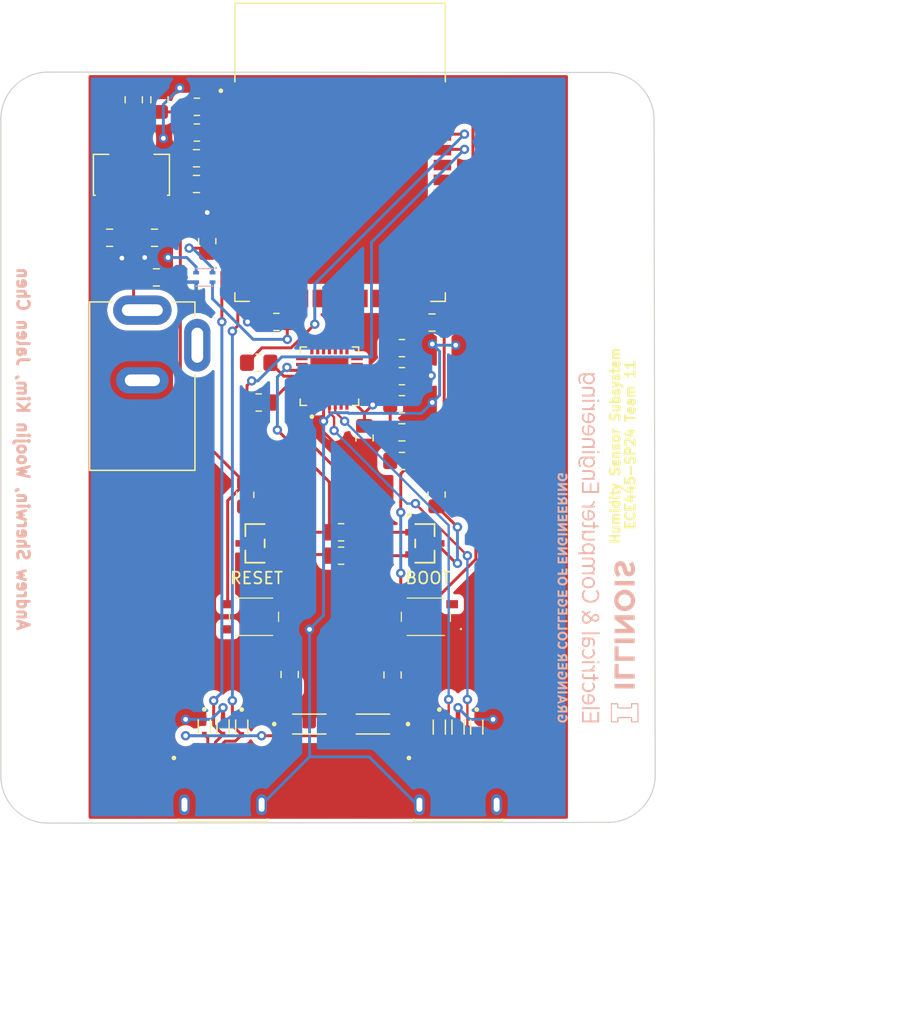
<source format=kicad_pcb>
(kicad_pcb (version 20221018) (generator pcbnew)
  (layers (0 "F.Cu" signal) (31 "B.Cu" signal) (34 "B.Paste" user) (35 "F.Paste" user) (36 "B.SilkS" user "B.Silkscreen") (37 "F.SilkS" user "F.Silkscreen") (38 "B.Mask" user) (39 "F.Mask" user) (44 "Edge.Cuts" user))
  (net 0 "")
  (net 1 "+12V")
  (net 2 "GND")
  (net 3 "+3.3V")
  (net 4 "Net-(C6-Pad1)")
  (net 5 "Net-(C7-Pad1)")
  (net 6 "Net-(U4-VBUS)")
  (net 7 "CHIP_PU")
  (net 8 "IO0")
  (net 9 "USB_DP")
  (net 10 "USB_DN")
  (net 11 "IO20")
  (net 12 "IO19")
  (net 13 "VBUS")
  (net 17 "Net-(U1-IO8)")
  (net 18 "Net-(U1-IO9)")
  (net 19 "Net-(U4-~{RST})")
  (net 20 "Net-(U4-~{SUSPEND})")
  (net 21 "Net-(U4-TXD)")
  (net 22 "U0RXD")
  (net 23 "Net-(U4-RXD)")
  (net 24 "U0TXD")
  (net 25 "DTR")
  (net 26 "Net-(U5-BASE)")
  (net 27 "RTS")
  (net 28 "Net-(U6-BASE)")
  (net 29 "Net-(U5-COLLECTOR)")
  (net 30 "Net-(U6-COLLECTOR)")
  (net 31 "ESP_3V3")
  (footprint "Resistor_SMD:R_0805_2012Metric_Pad1.20x1.40mm_HandSolder" (layer "F.Cu") (at 119.95 89 180)
    (fp_text reference "R7" hide)
    (fp_text value "0" hide)
  )
  (footprint "ECE445:SOT-23_ONS" (layer "F.Cu") (at 119.6348 101.0475 90)
    (fp_text reference "U5" hide)
    (fp_text value "L8050QLT1G" hide)
  )
  (footprint "Capacitor_SMD:C_0805_2012Metric_Pad1.18x1.45mm_HandSolder" (layer "F.Cu") (at 129 92.0375 -90)
    (fp_text reference "C8" hide)
    (fp_text value "10uF" hide)
  )
  (footprint "Resistor_SMD:R_0805_2012Metric_Pad1.20x1.40mm_HandSolder" (layer "F.Cu") (at 132.2 89.15 180)
    (fp_text reference "R6" hide)
    (fp_text value "47500" hide)
  )
  (footprint "ECE445:SOT-23_ONS" (layer "F.Cu") (at 134.1652 101.0475 -90)
    (fp_text reference "U6" hide)
    (fp_text value "L8050QLT1G" hide)
  )
  (footprint "Resistor_SMD:R_0805_2012Metric_Pad1.20x1.40mm_HandSolder" (layer "F.Cu") (at 114.665 63.71 180)
    (fp_text reference "R13" hide)
    (fp_text value "0" hide)
  )
  (footprint "ECE445:PTS815 SJG 250 SMTR LFS" (layer "F.Cu") (at 134.25 107.325 180)
    (fp_text reference "S1" hide)
    (fp_text value "PTS815_SJG_250_SMTR_LFS" hide)
  )
  (footprint "Capacitor_SMD:C_0805_2012Metric_Pad1.18x1.45mm_HandSolder" (layer "F.Cu") (at 111.04 74.91)
    (fp_text reference "C1" hide)
    (fp_text value "1uF" hide)
  )
  (footprint "Resistor_SMD:R_0805_2012Metric_Pad1.20x1.40mm_HandSolder" (layer "F.Cu") (at 115.55 75.2 90)
    (fp_text reference "R1" hide)
    (fp_text value "10000" hide)
  )
  (footprint "ECE445:LDL1117S33R-SnapEDA" (layer "F.Cu") (at 109.065 69.525 90)
    (fp_text reference "U2" hide)
    (fp_text value "LDL1117S33R-SnapEDA" hide)
  )
  (footprint "Capacitor_SMD:C_0805_2012Metric_Pad1.18x1.45mm_HandSolder" (layer "F.Cu") (at 114.6275 68.11 180)
    (fp_text reference "C10" hide)
    (fp_text value "1uF" hide)
  )
  (footprint "Capacitor_SMD:C_0805_2012Metric_Pad1.18x1.45mm_HandSolder" (layer "F.Cu") (at 107.2025 74.91 180)
    (fp_text reference "C2" hide)
    (fp_text value "4.7uF" hide)
  )
  (footprint "ECE445:LESD5D5_0CT1G" (layer "F.Cu") (at 138.6 116.76 -90)
    (fp_text reference "D1" hide)
    (fp_text value "LESD5D5.0CT1G" hide)
  )
  (footprint "Resistor_SMD:R_0805_2012Metric_Pad1.20x1.40mm_HandSolder" (layer "F.Cu") (at 132.2 86.75 180)
    (fp_text reference "R3" hide)
    (fp_text value "1000" hide)
  )
  (footprint "ECE445:PTS815 SJG 250 SMTR LFS" (layer "F.Cu") (at 119.55 107.325 180)
    (fp_text reference "S2" hide)
    (fp_text value "PTS815_SJG_250_SMTR_LFS" hide)
  )
  (footprint "ECE445:ESP32-S3-WROOM-1-N8-SnapEDA" (layer "F.Cu") (at 126.915 67.6)
    (fp_text reference "U1" hide)
    (fp_text value "ESP32-S3-WROOM-1-N8" hide)
  )
  (footprint "Resistor_SMD:R_0805_2012Metric_Pad1.20x1.40mm_HandSolder" (layer "F.Cu") (at 127 100.1)
    (fp_text reference "R10" hide)
    (fp_text value "10000" hide)
  )
  (footprint "Capacitor_SMD:C_0805_2012Metric_Pad1.18x1.45mm_HandSolder" (layer "F.Cu") (at 109.265 63.11 90)
    (fp_text reference "C4" hide)
    (fp_text value "10uF" hide)
  )
  (footprint "ECE445:PJ-202AH" (layer "F.Cu") (at 110 87.6 -90)
    (fp_text reference "J1" hide)
    (fp_text value "PJ-202AH" hide)
  )
  (footprint "Resistor_SMD:R_0805_2012Metric_Pad1.20x1.40mm_HandSolder" (layer "F.Cu") (at 118.8 96.895 90)
    (fp_text reference "R11" hide)
    (fp_text value "0" hide)
  )
  (footprint "Resistor_SMD:R_0805_2012Metric_Pad1.20x1.40mm_HandSolder" (layer "F.Cu") (at 121.465 82.11 180)
    (fp_text reference "R2" hide)
    (fp_text value "10000" hide)
  )
  (footprint "ECE445:LESD5D5_0CT1G" (layer "F.Cu") (at 118.5 116.76 -90)
    (fp_text reference "D3" hide)
    (fp_text value "LESD5D5.0CT1G" hide)
  )
  (footprint "ECE445:10118193-0001LF" (layer "F.Cu") (at 137 123.4)
    (fp_text reference "J2" hide)
    (fp_text value "10118193-0001LF" hide)
  )
  (footprint "ECE445:LESD5D5_0CT1G" (layer "F.Cu") (at 116.9 116.74 -90)
    (fp_text reference "D4" hide)
    (fp_text value "LESD5D5.0CT1G" hide)
  )
  (footprint "Capacitor_SMD:C_0805_2012Metric_Pad1.18x1.45mm_HandSolder" (layer "F.Cu") (at 114.6275 70.31 180)
    (fp_text reference "C12" hide)
    (fp_text value "0.1uF" hide)
  )
  (footprint "Capacitor_SMD:C_0805_2012Metric_Pad1.18x1.45mm_HandSolder" (layer "F.Cu") (at 111.2 78.3 180)
    (fp_text reference "C3" hide)
    (fp_text value "100nF" hide)
  )
  (footprint "Resistor_SMD:R_0805_2012Metric_Pad1.20x1.40mm_HandSolder" (layer "F.Cu") (at 127 102.1 180)
    (fp_text reference "R9" hide)
    (fp_text value "10000" hide)
  )
  (footprint "Capacitor_SMD:C_0805_2012Metric_Pad1.18x1.45mm_HandSolder" (layer "F.Cu") (at 111.465 63.11 90)
    (fp_text reference "C5" hide)
    (fp_text value "0.1uF" hide)
  )
  (footprint "Resistor_SMD:R_0805_2012Metric_Pad1.20x1.40mm_HandSolder" (layer "F.Cu") (at 132.2 94 180)
    (fp_text reference "R5" hide)
    (fp_text value "22100" hide)
  )
  (footprint "MountingHole:MountingHole_3.2mm_M3" (layer "F.Cu") (at 150.1 121.1)
    (fp_text reference "H4" hide)
    (fp_text value "MountingHole" hide)
  )
  (footprint "ECE445:CP2102N-A02-GQFN28" (layer "F.Cu") (at 126 86.75 90)
    (fp_text reference "U4" hide)
    (fp_text value "CP2102N-A02-GQFN28" hide)
  )
  (footprint "ECE445:10118193-0001LF" (layer "F.Cu") (at 116.9 123.4)
    (fp_text reference "J3" hide)
    (fp_text value "10118193-0001LF" hide)
  )
  (footprint "ECE445:LESD5D5_0CT1G" (layer "F.Cu") (at 135.4 116.76 -90)
    (fp_text reference "D7" hide)
    (fp_text value "LESD5D5.0CT1G" hide)
  )
  (footprint "ECE445:LESD5D5_0CT1G" (layer "F.Cu") (at 137 116.76 -90)
    (fp_text reference "D2" hide)
    (fp_text value "LESD5D5.0CT1G" hide)
  )
  (footprint "Resistor_SMD:R_0805_2012Metric_Pad1.20x1.40mm_HandSolder" (layer "F.Cu") (at 135.1652 96.876 90)
    (fp_text reference "R12" hide)
    (fp_text value "0" hide)
  )
  (footprint "ECE445:1N5819HW-7-F" (layer "F.Cu") (at 129.72 116.5 180)
    (fp_text reference "D6" hide)
    (fp_text value "1N5819HW-7-F" hide)
  )
  (footprint "Capacitor_SMD:C_0805_2012Metric_Pad1.18x1.45mm_HandSolder" (layer "F.Cu") (at 132.2 91.55)
    (fp_text reference "C9" hide)
    (fp_text value "1uF" hide)
  )
  (footprint "Resistor_SMD:R_0805_2012Metric_Pad1.20x1.40mm_HandSolder" (layer "F.Cu") (at 119.95 85.6 180)
    (fp_text reference "R8" hide)
    (fp_text value "0" hide)
  )
  (footprint "ECE445:LESD5D5_0CT1G" (layer "F.Cu") (at 115.3 116.74 -90)
    (fp_text reference "D8" hide)
    (fp_text value "LESD5D5.0CT1G" hide)
  )
  (footprint "Capacitor_SMD:C_0805_2012Metric_Pad1.18x1.45mm_HandSolder" (layer "F.Cu") (at 122.6 112.2625 90)
    (fp_text reference "C7" hide)
    (fp_text value "10uF" hide)
  )
  (footprint "ECE445:1N5819HW-7-F" (layer "F.Cu") (at 124.28 116.5)
    (fp_text reference "D5" hide)
    (fp_text value "1N5819HW-7-F" hide)
  )
  (footprint "Capacitor_SMD:C_0805_2012Metric_Pad1.18x1.45mm_HandSolder" (layer "F.Cu") (at 134.7775 82.16 180)
    (fp_text reference "C11" hide)
    (fp_text value "0.1uF" hide)
  )
  (footprint "MountingHole:MountingHole_3.2mm_M3" (layer "F.Cu") (at 101.7 121.1)
    (fp_text reference "H2" hide)
    (fp_text value "MountingHole" hide)
  )
  (footprint "MountingHole:MountingHole_3.2mm_M3" (layer "F.Cu") (at 101.8 64.5)
    (fp_text reference "H1" hide)
    (fp_text value "MountingHole" hide)
  )
  (footprint "MountingHole:MountingHole_3.2mm_M3" (layer "F.Cu") (at 149.881128 64.6)
    (fp_text reference "H3" hide)
    (fp_text value "MountingHole" hide)
  )
  (footprint "Resistor_SMD:R_0805_2012Metric_Pad1.20x1.40mm_HandSolder" (layer "F.Cu") (at 132.2 84.35 180)
    (fp_text reference "R4" hide)
    (fp_text value "10000" hide)
  )
  (footprint "Resistor_SMD:R_0805_2012Metric_Pad1.20x1.40mm_HandSolder" (layer "F.Cu") (at 114.665 65.91)
    (fp_text reference "R14" hide)
    (fp_text value "10000" hide)
  )
  (footprint "Capacitor_SMD:C_0805_2012Metric_Pad1.18x1.45mm_HandSolder" (layer "F.Cu") (at 131.4 112.3 90)
    (fp_text reference "C6" hide)
    (fp_text value "10uF" hide)
  )
  (footprint "ECE445:SHT45-AD1B-R3" (layer "B.Cu") (at 115.3 78.3 180)
    (fp_text reference "U3" hide)
    (fp_text value "SHT45-AD1B-R3" hide)
  )
  (footprint "ECE445:IllinoisECENegative31mm" (layer "B.Cu") (at 149 101.4 90)
    (fp_text reference "" hide)
    (fp_text value "LOGO" hide)
  )
  (gr_arc (start 101.931128 124.971128) (mid 99.08069 123.790438) (end 97.9 120.94) (stroke (width 0.1)) (layer "Edge.Cuts"))
  (gr_arc (start 97.9 64.771128) (mid 99.08069 61.92069) (end 101.931128 60.74) (stroke (width 0.1)) (layer "Edge.Cuts"))
  (gr_arc (start 149.731128 60.771128) (mid 152.581566 61.951818) (end 153.762256 64.802256) (stroke (width 0.1)) (layer "Edge.Cuts"))
  (gr_line (start 97.9 64.771128) (end 97.9 120.94) (stroke (width 0.1)) (layer "Edge.Cuts"))
  (gr_arc (start 153.862256 120.877744) (mid 152.681566 123.728182) (end 149.831128 124.908872) (stroke (width 0.1)) (layer "Edge.Cuts"))
  (gr_line (start 149.731128 60.771128) (end 101.931128 60.74) (stroke (width 0.1)) (layer "Edge.Cuts"))
  (gr_line (start 153.862256 120.877744) (end 153.762256 64.802256) (stroke (width 0.1)) (layer "Edge.Cuts"))
  (gr_line (start 101.931128 124.971128) (end 149.831128 124.908872) (stroke (width 0.1)) (layer "Edge.Cuts"))
  (gr_text "Andrew Sherwin, Woojin Kim, Jalen Chen" (at 99.2 108.6 270) (layer "B.SilkS") (effects (font (size 1 1) (thickness 0.25) bold) (justify left bottom mirror)))
  (gr_text "Humidity Sensor Subsystem\n  ECE445-SP24 Team 11" (at 152.2 101.2 90) (layer "F.SilkS") (effects (font (size 0.8 0.8) (thickness 0.2) bold) (justify left bottom)))
  (gr_text "BOOT" (at 132.4 104.6) (layer "F.SilkS") (effects (font (size 1 1)) (justify left bottom)))
  (gr_text "RESET" (at 117.4 104.6) (layer "F.SilkS") (effects (font (size 1 1)) (justify left bottom)))
  (segment (start 111.365 73.5475) (end 110.0025 74.91) (width 0.25) (layer "F.Cu") (net 1))
  (segment (start 111.365 72.54) (end 111.365 73.5475) (width 0.25) (layer "F.Cu") (net 1))
  (segment (start 109.25 75.6625) (end 110.0025 74.91) (width 0.25) (layer "F.Cu") (net 1))
  (segment (start 109.25 80.35) (end 109.25 75.6625) (width 0.25) (layer "F.Cu") (net 1))
  (segment (start 110 81.1) (end 109.25 80.35) (width 0.25) (layer "F.Cu") (net 1))
  (segment (start 138.275 82.625) (end 136.8 84.1) (width 0.25) (layer "F.Cu") (net 2))
  (segment (start 138.975 105.925) (end 138.975 86.275) (width 0.25) (layer "F.Cu") (net 2))
  (segment (start 112.2 76.6) (end 112.2 75.0325) (width 0.25) (layer "F.Cu") (net 2))
  (segment (start 120.1 121.4) (end 118.1 123.4) (width 0.25) (layer "F.Cu") (net 2))
  (segment (start 125.415 70.06) (end 126.815 71.46) (width 0.25) (layer "F.Cu") (net 2))
  (segment (start 125.897537 71.885) (end 126.332463 71.885) (width 0.25) (layer "F.Cu") (net 2))
  (segment (start 113.59 70.31) (end 112.8 71.1) (width 0.25) (layer "F.Cu") (net 2))
  (segment (start 125.5 91.525305) (end 125.5 90.6) (width 0.25) (layer "F.Cu") (net 2))
  (segment (start 109.265 62.0725) (end 111.465 62.0725) (width 0.25) (layer "F.Cu") (net 2))
  (segment (start 106.765 64.5725) (end 106.765 72.54) (width 0.25) (layer "F.Cu") (net 2))
  (segment (start 113.7 119.25) (end 113.7 120.95) (width 0.25) (layer "F.Cu") (net 2))
  (segment (start 123.49 69.477463) (end 123.972537 69.96) (width 0.25) (layer "F.Cu") (net 2))
  (segment (start 118.1 123.4) (end 120.2 123.4) (width 0.25) (layer "F.Cu") (net 2))
  (segment (start 113.7 120.95) (end 113.7 123.3) (width 0.25) (layer "F.Cu") (net 2))
  (segment (start 134.8 83.22) (end 133.74 82.16) (width 0.25) (layer "F.Cu") (net 2))
  (segment (start 125.415 71.46) (end 125.415 70.06) (width 0.25) (layer "F.Cu") (net 2))
  (segment (start 118.165 62.34) (end 113.44 62.34) (width 0.25) (layer "F.Cu") (net 2))
  (segment (start 126.297463 68) (end 126.815 68.517537) (width 0.25) (layer "F.Cu") (net 2))
  (segment (start 124.015 67.09) (end 124.015 68.56) (width 0.25) (layer "F.Cu") (net 2))
  (segment (start 127.34 70.442537) (end 126.857463 69.96) (width 0.25) (layer "F.Cu") (net 2))
  (segment (start 112.8 71.1) (end 112.8 74.1875) (width 0.25) (layer "F.Cu") (net 2))
  (segment (start 124.015 70.06) (end 125.415 70.06) (width 0.25) (layer "F.Cu") (net 2))
  (segment (start 133.7 123.4) (end 135.8 123.4) (width 0.25) (layer "F.Cu") (net 2))
  (segment (start 129 93.075) (end 127.049695 93.075) (width 0.25) (layer "F.Cu") (net 2))
  (segment (start 124.015 68.56) (end 124.015 68.517537) (width 0.25) (layer "F.Cu") (net 2))
  (segment (start 125.415 71.36) (end 125.415 71.402463) (width 0.25) (layer "F.Cu") (net 2))
  (segment (start 106.165 74.91) (end 106.165 83.265) (width 0.25) (layer "F.Cu") (net 2))
  (segment (start 119.165 62.24) (end 124.015 67.09) (width 0.25) (layer "F.Cu") (net 2))
  (segment (start 140.2 121.4) (end 138.2 123.4) (width 0.25) (layer "F.Cu") (net 2))
  (segment (start 140 114.8) (end 140 116.1) (width 0.25) (layer "F.Cu") (net 2))
  (segment (start 124.015 68.56) (end 123.972537 68.56) (width 0.25) (layer "F.Cu") (net 2))
  (segment (start 138.975 86.275) (end 136.8 84.1) (width 0.25) (layer "F.Cu") (net 2))
  (segment (start 113.7 116.1) (end 115.28 116.1) (width 0.25) (layer "F.Cu") (net 2))
  (segment (start 126.332463 71.885) (end 126.815 71.402463) (width 0.25) (layer "F.Cu") (net 2))
  (segment (start 133.8 120.95) (end 133.8 121.4) (width 0.25) (layer "F.Cu") (net 2))
  (segment (start 125.5 87.25) (end 126 86.75) (width 0.25) (layer "F.Cu") (net 2))
  (segment (start 125.415 68.517537) (end 125.932537 68) (width 0.25) (layer "F.Cu") (net 2))
  (segment (start 113.59 70.31) (end 113.59 68.11) (width 0.25) (layer "F.Cu") (net 2))
  (segment (start 123.49 70.442537) (end 123.49 70.877463) (width 0.25) (layer "F.Cu") (net 2))
  (segment (start 134.65 89.15) (end 134.8 89) (width 0.25) (layer "F.Cu") (net 2))
  (segment (start 125.415 68.66) (end 125.415 70.06) (width 0.25) (layer "F.Cu") (net 2))
  (segment (start 124.015 71.36) (end 124.015 71.402463) (width 0.25) (layer "F.Cu") (net 2))
  (segment (start 127.049695 93.075) (end 125.5 91.525305) (width 0.25) (layer "F.Cu") (net 2))
  (segment (start 126.815 70.06) (end 125.415 70.06) (width 0.25) (layer "F.Cu") (net 2))
  (segment (start 124.015 69.96) (end 123.972537 69.96) (width 0.25) (layer "F.Cu") (net 2))
  (segment (start 110 115.55) (end 113.7 119.25) (width 0.25) (layer "F.Cu") (net 2))
  (segment (start 133.74 83.81) (end 133.2 84.35) (width 0.25) (layer "F.Cu") (net 2))
  (segment (start 124.497537 71.885) (end 124.932463 71.885) (width 0.25) (layer "F.Cu") (net 2))
  (segment (start 125.415 71.402463) (end 125.897537 71.885) (width 0.25) (layer "F.Cu") (net 2))
  (segment (start 111.4925 62.1) (end 111.465 62.0725) (width 0.25) (layer "F.Cu") (net 2))
  (segment (start 125.415 70.06) (end 124.015 68.66) (width 0.25) (layer "F.Cu") (net 2))
  (segment (start 126.815 69.96) (end 126.857463 69.96) (width 0.25) (layer "F.Cu") (net 2))
  (segment (start 124.015 71.402463) (end 124.497537 71.885) (width 0.25) (layer "F.Cu") (net 2))
  (segment (start 123.972537 69.96) (end 123.49 70.442537) (width 0.25) (layer "F.Cu") (net 2))
  (segment (start 115.7 123.4) (end 118.1 123.4) (width 0.25) (layer "F.Cu") (net 2))
  (segment (start 135.665 62.34) (end 136.665 62.34) (width 0.25) (layer "F.Cu") (net 2))
  (segment (start 124.3 108.4) (end 121.8 108.4) (width 0.25) (layer "F.Cu") (net 2))
  (segment (start 133.8 121.4) (end 135.8 123.4) (width 0.25) (layer "F.Cu") (net 2))
  (segment (start 112.2375 76.6375) (end 112.2 76.6) (width 0.25) (layer "F.Cu") (net 2))
  (segment (start 118.165 62.24) (end 119.165 62.24) (width 0.25) (layer "F.Cu") (net 2))
  (segment (start 136.665 62.34) (end 138.275 63.95) (width 0.25) (layer "F.Cu") (net 2))
  (segment (start 125.5 89.11) (end 125.5 87.25) (width 0.25) (layer "F.Cu") (net 2))
  (segment (start 140.2 116.3) (end 140.2 120.95) (width 0.25) (layer "F.Cu") (net 2))
  (segment (start 110 87.1) (end 110 115.55) (width 0.25) (layer "F.Cu") (net 2))
  (segment (start 127.34 69.477463) (end 127.34 69.042537) (width 0.25) (layer "F.Cu") (net 2))
  (segment (start 123.972537 68.56) (end 123.49 69.042537) (width 0.25) (layer "F.Cu") (net 2))
  (segment (start 113.6 123.4) (end 115.7 123.4) (width 0.25) (layer "F.Cu") (net 2))
  (segment (start 112.8 74.1875) (end 112.0775 74.91) (width 0.25) (layer "F.Cu") (net 2))
  (segment (start 135.8 123.4) (end 138.2 123.4) (width 0.25) (layer "F.Cu") (net 2))
  (segment (start 133.135 62.34) (end 126.815 68.66) (width 0.25) (layer "F.Cu") (net 2))
  (segment (start 138.2 123.4) (end 140.3 123.4) (width 0.25) (layer "F.Cu") (net 2))
  (segment (start 135.665 62.34) (end 133.135 62.34) (width 0.25) (layer "F.Cu") (net 2))
  (segment (start 124.932463 71.885) (end 125.415 71.402463) (width 0.25) (layer "F.Cu") (net 2))
  (segment (start 138.6 116.1) (end 140 116.1) (width 0.25) (layer "F.Cu") (net 2))
  (segment (start 127.34 69.042537) (end 126.857463 68.56) (width 0.25) (layer "F.Cu") (net 2))
  (segment (start 109.265 62.0725) (end 106.765 64.5725) (width 0.25) (layer "F.Cu") (net 2))
  (segment (start 127.34 70.877463) (end 127.34 70.442537) (width 0.25) (layer "F.Cu") (net 2))
  (segment (start 112.2 75.0325) (end 112.0775 74.91) (width 0.25) (layer "F.Cu") (net 2))
  (segment (start 120.1 120.95) (end 120.1 123.3) (width 0.25) (layer "F.Cu") (net 2))
  (segment (start 133.2 89.15) (end 134.65 89.15) (width 0.25) (layer "F.Cu") (net 2))
  (segment (start 123.49 69.042537) (end 123.49 69.477463) (width 0.25) (layer "F.Cu") (net 2))
  (segment (start 126.857463 71.36) (end 127.34 70.877463) (width 0.25) (layer "F.Cu") (net 2))
  (segment (start 123.49 70.877463) (end 123.972537 71.36) (width 0.25) (layer "F.Cu") (net 2))
  (segment (start 138.975 113.775) (end 140 114.8) (width 0.25) (layer "F.Cu") (net 2))
  (segment (start 120.1 120.95) (end 120.1 121.4) (width 0.25) (layer "F.Cu") (net 2))
  (segment (start 126.815 71.402463) (end 126.815 71.36) (width 0.25) (layer "F.Cu") (net 2))
  (segment (start 113.59 68.11) (end 113.51 68.11) (width 0.25) (layer "F.Cu") (net 2))
  (segment (start 124.015 71.46) (end 125.415 70.06) (width 0.25) (layer "F.Cu") (net 2))
  (segment (start 133.8 120.95) (end 133.8 123.3) (width 0.25) (layer "F.Cu") (net 2))
  (segment (start 134.8 84) (end 134.8 83.22) (width 0.25) (layer "F.Cu") (net 2))
  (segment (start 124.932463 68.035) (end 125.415 68.517537) (width 0.25) (layer "F.Cu") (net 2))
  (segment (start 136.5 108.4) (end 138.975 105.925) (width 0.25) (layer "F.Cu") (net 2))
  (segment (start 126.857463 69.96) (end 127.34 69.477463) (width 0.25) (layer "F.Cu") (net 2))
  (segment (start 106.165 74.91) (end 106.165 73.14) (width 0.25) (layer "F.Cu") (net 2))
  (segment (start 125.415 68.56) (end 125.415 68.517537) (width 0.25) (layer "F.Cu") (net 2))
  (segment (start 125.5 90.6) (end 125.5 89.11) (width 0.25) (layer "F.Cu") (net 2))
  (segment (start 126.815 68.517537) (end 126.815 68.56) (width 0.25) (layer "F.Cu") (net 2))
  (segment (start 126.857463 68.56) (end 126.815 68.56) (width 0.25) (layer "F.Cu") (net 2))
  (segment (start 125.932537 68) (end 126.297463 68) (width 0.25) (layer "F.Cu") (net 2))
  (segment (start 138.275 63.95) (end 138.275 82.625) (width 0.25) (layer "F.Cu") (net 2))
  (segment (start 113.7 121.4) (end 115.7 123.4) (width 0.25) (layer "F.Cu") (net 2))
  (segment (start 140.2 120.95) (end 140.2 121.4) (width 0.25) (layer "F.Cu") (net 2))
  (segment (start 124.497537 68.035) (end 124.932463 68.035) (width 0.25) (layer "F.Cu") (net 2))
  (segment (start 140 116.1) (end 140.2 116.3) (width 0.25) (layer "F.Cu") (net 2))
  (segment (start 124.015 68.517537) (end 124.497537 68.035) (width 0.25) (layer "F.Cu") (net 2))
  (segment (start 113.7 120.95) (end 113.7 121.4) (width 0.25) (layer "F.Cu") (net 2))
  (segment (start 126.815 68.66) (end 125.415 70.06) (width 0.25) (layer "F.Cu") (net 2))
  (segment (start 140.2 120.95) (end 140.2 123.3) (width 0.25) (layer "F.Cu") (net 2))
  (segment (start 123.972537 71.36) (end 124.015 71.36) (width 0.25) (layer "F.Cu") (net 2))
  (segment (start 113.44 62.34) (end 113.2 62.1) (width 0.25) (layer "F.Cu") (net 2))
  (segment (start 112.2375 78.3) (end 112.2375 76.6375) (width 0.25) (layer "F.Cu") (net 2))
  (segment (start 126.815 71.36) (end 126.857463 71.36) (width 0.25) (layer "F.Cu") (net 2))
  (segment (start 133.74 82.16) (end 133.74 83.81) (width 0.25) (layer "F.Cu") (net 2))
  (segment (start 106.165 73.14) (end 106.765 72.54) (width 0.25) (layer "F.Cu") (net 2))
  (segment (start 138.975 105.925) (end 138.975 113.775) (width 0.25) (layer "F.Cu") (net 2))
  (segment (start 113.51 68.11) (end 111.8 66.4) (width 0.25) (layer "F.Cu") (net 2))
  (segment (start 106.165 83.265) (end 110 87.1) (width 0.25) (layer "F.Cu") (net 2))
  (segment (start 113.2 62.1) (end 111.4925 62.1) (width 0.25) (layer "F.Cu") (net 2))
  (via (at 134.8 89) (size 0.8) (drill 0.4) (layers "F.Cu" "B.Cu") (net 2))
  (via (at 140 116.1) (size 0.8) (drill 0.4) (layers "F.Cu" "B.Cu") (net 2))
  (via (at 113.7 116.1) (size 0.8) (drill 0.4) (layers "F.Cu" "B.Cu") (net 2))
  (via (at 112.2 76.6) (size 0.8) (drill 0.4) (layers "F.Cu" "B.Cu") (net 2))
  (via (at 113.2 62.1) (size 0.8) (drill 0.4) (layers "F.Cu" "B.Cu") (net 2))
  (via (at 124.3 108.4) (size 0.8) (drill 0.4) (layers "F.Cu" "B.Cu") (net 2))
  (via (at 116.9 115.1) (size 0.8) (drill 0.4) (layers "F.Cu" "B.Cu") (net 2))
  (via (at 111.8 66.4) (size 0.8) (drill 0.4) (layers "F.Cu" "B.Cu") (net 2))
  (via (at 137 115.1) (size 0.8) (drill 0.4) (layers "F.Cu" "B.Cu") (net 2))
  (via (at 134.8 84) (size 0.8) (drill 0.4) (layers "F.Cu" "B.Cu") (net 2))
  (via (at 136.8 84.1) (size 0.8) (drill 0.4) (layers "F.Cu" "B.Cu") (net 2))
  (via (at 125.5 90.6) (size 0.8) (drill 0.4) (layers "F.Cu" "B.Cu") (net 2))
  (segment (start 116.9 115.1) (end 115.9 116.1) (width 0.25) (layer "B.Cu") (net 2))
  (segment (start 115.9 116.1) (end 113.7 116.1) (width 0.25) (layer "B.Cu") (net 2))
  (segment (start 111.8 63.5) (end 113.2 62.1) (width 0.25) (layer "B.Cu") (net 2))
  (segment (start 126.225 89.875) (end 125.5 90.6) (width 0.25) (layer "B.Cu") (net 2))
  (segment (start 138 116.1) (end 137 115.1) (width 0.25) (layer "B.Cu") (net 2))
  (segment (start 134.8 89) (end 133.875 89.925) (width 0.25) (layer "B.Cu") (net 2))
  (segment (start 114.6 77.9) (end 114.6 77.4) (width 0.25) (layer "B.Cu") (net 2))
  (segment (start 133.875 89.925) (end 127.650305 89.925) (width 0.25) (layer "B.Cu") (net 2))
  (segment (start 114.6 77.4) (end 114 76.8) (width 0.25) (layer "B.Cu") (net 2))
  (segment (start 113.8 76.6) (end 112.2 76.6) (width 0.25) (layer "B.Cu") (net 2))
  (segment (start 136.8 84.1) (end 134.9 84.1) (width 0.25) (layer "B.Cu") (net 2))
  (segment (start 134.8 89) (end 135.425 88.375) (width 0.25) (layer "B.Cu") (net 2))
  (segment (start 124.3 119.3) (end 124.3 108.4) (width 0.25) (layer "B.Cu") (net 2))
  (segment (start 135.425 84.625) (end 134.8 84) (width 0.25) (layer "B.Cu") (net 2))
  (segment (start 134.9 84.1) (end 134.8 84) (width 0.25) (layer "B.Cu") (net 2))
  (segment (start 125.5 90.6) (end 125.5 107.2) (width 0.25) (layer "B.Cu") (net 2))
  (segment (start 140 116.1) (end 138 116.1) (width 0.25) (layer "B.Cu") (net 2))
  (segment (start 135.425 88.375) (end 135.425 84.625) (width 0.25) (layer "B.Cu") (net 2))
  (segment (start 133.7 123.4) (end 133.5 123.4) (width 0.25) (layer "B.Cu") (net 2))
  (segment (start 125.5 107.2) (end 124.3 108.4) (width 0.25) (layer "B.Cu") (net 2))
  (segment (start 129.4 119.3) (end 124.3 119.3) (width 0.25) (layer "B.Cu") (net 2))
  (segment (start 114 76.8) (end 113.8 76.6) (width 0.25) (layer "B.Cu") (net 2))
  (segment (start 124.3 119.3) (end 120.2 123.4) (width 0.25) (layer "B.Cu") (net 2))
  (segment (start 127.650305 89.925) (end 127.600305 89.875) (width 0.25) (layer "B.Cu") (net 2))
  (segment (start 127.600305 89.875) (end 126.225 89.875) (width 0.25) (layer "B.Cu") (net 2))
  (segment (start 111.8 66.4) (end 111.8 63.5) (width 0.25) (layer "B.Cu") (net 2))
  (segment (start 133.5 123.4) (end 129.4 119.3) (width 0.25) (layer "B.Cu") (net 2))
  (segment (start 108.25 74.92) (end 108.24 74.91) (width 0.25) (layer "F.Cu") (net 3))
  (segment (start 108.25 76.65) (end 108.25 74.92) (width 0.25) (layer "F.Cu") (net 3))
  (segment (start 109.065 64.3475) (end 109.265 64.1475) (width 0.25) (layer "F.Cu") (net 3))
  (segment (start 115.55 72.75) (end 115.55 74.2) (width 0.25) (layer "F.Cu") (net 3))
  (segment (start 120.465 82.11) (end 119.01 82.11) (width 0.25) (layer "F.Cu") (net 3))
  (segment (start 128.21 89.11) (end 129 89.9) (width 0.25) (layer "F.Cu") (net 3))
  (segment (start 109.065 66.51) (end 109.065 64.3475) (width 0.25) (layer "F.Cu") (net 3))
  (segment (start 109.065 72.54) (end 109.065 74.085) (width 0.25) (layer "F.Cu") (net 3))
  (segment (start 110.1625 78.3) (end 110.1625 76.6375) (width 0.25) (layer "F.Cu") (net 3))
  (segment (start 111.465 64.1475) (end 113.2275 64.1475) (width 0.25) (layer "F.Cu") (net 3))
  (segment (start 133.2 86.75) (end 134.65 86.75) (width 0.25) (layer "F.Cu") (net 3))
  (segment (start 129 91) (end 129 89.9) (width 0.25) (layer "F.Cu") (net 3))
  (segment (start 127 89.11) (end 127.5 89.11) (width 0.25) (layer "F.Cu") (net 3))
  (segment (start 109.065 74.085) (end 108.24 74.91) (width 0.25) (layer "F.Cu") (net 3))
  (segment (start 109.065 66.51) (end 109.065 72.54) (width 0.25) (layer "F.Cu") (net 3))
  (segment (start 127.5 89.11) (end 128.21 89.11) (width 0.25) (layer "F.Cu") (net 3))
  (segment (start 109.265 64.1475) (end 111.465 64.1475) (width 0.25) (layer "F.Cu") (net 3))
  (segment (start 113.2275 64.1475) (end 113.665 63.71) (width 0.25) (layer "F.Cu") (net 3))
  (segment (start 108.24 74.91) (end 107.94 74.91) (width 0.25) (layer "F.Cu") (net 3))
  (segment (start 129 89.9) (end 129.7 89.2) (width 0.25) (layer "F.Cu") (net 3))
  (via (at 115.55 72.75) (size 0.8) (drill 0.4) (layers "F.Cu" "B.Cu") (net 3))
  (via (at 134.7 86.7) (size 0.8) (drill 0.4) (layers "F.Cu" "B.Cu") (net 3))
  (via (at 108.25 76.65) (size 0.8) (drill 0.4) (layers "F.Cu" "B.Cu") (net 3))
  (via (at 129.7 89.2) (size 0.8) (drill 0.4) (layers "F.Cu" "B.Cu") (net 3))
  (via (at 119 82.1) (size 0.8) (drill 0.4) (layers "F.Cu" "B.Cu") (net 3))
  (via (at 110.2 76.6) (size 0.8) (drill 0.4) (layers "F.Cu" "B.Cu") (net 3))
  (segment (start 131 87.9) (end 129.7 89.2) (width 0.25) (layer "B.Cu") (net 3))
  (segment (start 134 87.9) (end 131 87.9) (width 0.25) (layer "B.Cu") (net 3))
  (segment (start 134.7 86.7) (end 134.7 87.2) (width 0.25) (layer "B.Cu") (net 3))
  (segment (start 134.7 87.2) (end 134 87.9) (width 0.25) (layer "B.Cu") (net 3))
  (segment (start 108.25 76.65) (end 110.15 76.65) (width 0.25) (layer "B.Cu") (net 3))
  (segment (start 110.15 76.65) (end 110.2 76.6) (width 0.25) (layer "B.Cu") (net 3))
  (segment (start 131.4 116.5) (end 131.4 113.3375) (width 0.25) (layer "F.Cu") (net 4))
  (segment (start 122.6 116.5) (end 122.6 113.3) (width 0.25) (layer "F.Cu") (net 5))
  (segment (start 130.3 88.25) (end 128.36 88.25) (width 0.25) (layer "F.Cu") (net 6))
  (segment (start 131.2 94) (end 131.2 91.5875) (width 0.25) (layer "F.Cu") (net 6))
  (segment (start 131.2 89.15) (end 130.3 88.25) (width 0.25) (layer "F.Cu") (net 6))
  (segment (start 131.2 89.15) (end 131.2 91.5125) (width 0.25) (layer "F.Cu") (net 6))
  (segment (start 115.665 70.31) (end 115.665 68.11) (width 0.25) (layer "F.Cu") (net 7))
  (segment (start 117.3 97.395) (end 118.8 95.895) (width 0.25) (layer "F.Cu") (net 7))
  (segment (start 118.8 95.895) (end 113.25 90.345) (width 0.25) (layer "F.Cu") (net 7))
  (segment (start 113.25 90.345) (end 113.25 72.725) (width 0.25) (layer "F.Cu") (net 7))
  (segment (start 117.3 106.25) (end 117.3 97.395) (width 0.25) (layer "F.Cu") (net 7))
  (segment (start 116.795 64.78) (end 118.165 64.78) (width 0.25) (layer "F.Cu") (net 7))
  (segment (start 113.25 72.725) (end 115.665 70.31) (width 0.25) (layer "F.Cu") (net 7))
  (segment (start 115.665 65.91) (end 115.665 68.11) (width 0.25) (layer "F.Cu") (net 7))
  (segment (start 115.665 65.91) (end 116.795 64.78) (width 0.25) (layer "F.Cu") (net 7))
  (segment (start 135.815 82.16) (end 135.815 78.9) (width 0.25) (layer "F.Cu") (net 8))
  (segment (start 135.815 82.16) (end 135.815 95.2262) (width 0.25) (layer "F.Cu") (net 8))
  (segment (start 135.815 78.9) (end 135.665 78.75) (width 0.25) (layer "F.Cu") (net 8))
  (segment (start 138.525 99.2358) (end 135.1652 95.876) (width 0.25) (layer "F.Cu") (net 8))
  (segment (start 134.675305 106.25) (end 138.525 102.400305) (width 0.25) (layer "F.Cu") (net 8))
  (segment (start 135.815 95.2262) (end 135.1652 95.876) (width 0.25) (layer "F.Cu") (net 8))
  (segment (start 138.525 102.400305) (end 138.525 99.2358) (width 0.25) (layer "F.Cu") (net 8))
  (segment (start 132 106.25) (end 134.675305 106.25) (width 0.25) (layer "F.Cu") (net 8))
  (segment (start 133.355378 97.650922) (end 133.355378 97.644622) (width 0.2) (layer "F.Cu") (net 9))
  (segment (start 126.4 91.4) (end 126.4 90.265686) (width 0.2) (layer "F.Cu") (net 9))
  (segment (start 138.6 117.42) (end 138.02 118) (width 0.2) (layer "F.Cu") (net 9))
  (segment (start 126 89.865686) (end 126 89.11) (width 0.2) (layer "F.Cu") (net 9))
  (segment (start 137 118.15) (end 137 120.725) (width 0.2) (layer "F.Cu") (net 9))
  (segment (start 137.8 116.62) (end 137.8 114.4) (width 0.2) (layer "F.Cu") (net 9))
  (segment (start 138.02 118) (end 137.15 118) (width 0.2) (layer "F.Cu") (net 9))
  (segment (start 138.6 117.42) (end 137.8 116.62) (width 0.2) (layer "F.Cu") (net 9))
  (segment (start 136.504456 100.8) (end 136.504456 100.804456) (width 0.2) (layer "F.Cu") (net 9))
  (segment (start 136.504456 100.804456) (end 137.8 102.1) (width 0.2) (layer "F.Cu") (net 9))
  (segment (start 137.15 118) (end 137 118.15) (width 0.2) (layer "F.Cu") (net 9))
  (segment (start 136.504456 100.8) (end 133.355378 97.650922) (width 0.2) (layer "F.Cu") (net 9))
  (segment (start 126.4 90.265686) (end 126 89.865686) (width 0.2) (layer "F.Cu") (net 9))
  (via (at 137.8 102.1) (size 0.8) (drill 0.4) (layers "F.Cu" "B.Cu") (net 9))
  (via (at 133.355378 97.644622) (size 0.8) (drill 0.4) (layers "F.Cu" "B.Cu") (net 9))
  (via (at 126.4 91.4) (size 0.8) (drill 0.4) (layers "F.Cu" "B.Cu") (net 9))
  (via (at 137.8 114.4) (size 0.8) (drill 0.4) (layers "F.Cu" "B.Cu") (net 9))
  (segment (start 132.644622 97.644622) (end 126.4 91.4) (width 0.2) (layer "B.Cu") (net 9))
  (segment (start 137.8 114.4) (end 137.8 102.1) (width 0.2) (layer "B.Cu") (net 9))
  (segment (start 133.355378 97.644622) (end 132.644622 97.644622) (width 0.2) (layer "B.Cu") (net 9))
  (segment (start 136.35 118.07) (end 136.35 120.725) (width 0.2) (layer "F.Cu") (net 10))
  (segment (start 127.3 90.6) (end 126.5 89.8) (width 0.2) (layer "F.Cu") (net 10))
  (segment (start 136.2 116.62) (end 136.2 114.4) (width 0.2) (layer "F.Cu") (net 10))
  (segment (start 137 117.42) (end 136.35 118.07) (width 0.2) (layer "F.Cu") (net 10))
  (segment (start 137 117.42) (end 136.2 116.62) (width 0.2) (layer "F.Cu") (net 10))
  (segment (start 126.5 89.8) (end 126.5 89.11) (width 0.2) (layer "F.Cu") (net 10))
  (via (at 136.2 114.4) (size 0.8) (drill 0.4) (layers "F.Cu" "B.Cu") (net 10))
  (via (at 127.3 90.6) (size 0.8) (drill 0.4) (layers "F.Cu" "B.Cu") (net 10))
  (segment (start 136.2 99.5) (end 127.3 90.6) (width 0.2) (layer "B.Cu") (net 10))
  (segment (start 136.2 114.4) (end 136.2 99.5) (width 0.2) (layer "B.Cu") (net 10))
  (segment (start 117.085 117.965) (end 116.9 118.15) (width 0.25) (layer "F.Cu") (net 11))
  (segment (start 117.7 82.9) (end 118.165 82.435) (width 0.25) (layer "F.Cu") (net 11))
  (segment (start 118.5 117.42) (end 117.955 117.965) (width 0.25) (layer "F.Cu") (net 11))
  (segment (start 117.7 116.62) (end 117.7 114.5) (width 0.25) (layer "F.Cu") (net 11))
  (segment (start 118.165 82.435) (end 118.165 78.75) (width 0.25) (layer "F.Cu") (net 11))
  (segment (start 118.5 117.42) (end 117.7 116.62) (width 0.25) (layer "F.Cu") (net 11))
  (segment (start 116.9 118.15) (end 116.9 120.725) (width 0.25) (layer "F.Cu") (net 11))
  (segment (start 117.955 117.965) (end 117.085 117.965) (width 0.25) (layer "F.Cu") (net 11))
  (via (at 117.7 82.9) (size 0.8) (drill 0.4) (layers "F.Cu" "B.Cu") (net 11))
  (via (at 117.7 114.5) (size 0.8) (drill 0.4) (layers "F.Cu" "B.Cu") (net 11))
  (segment (start 117.7 114.5) (end 117.7 82.9) (width 0.25) (layer "B.Cu") (net 11))
  (segment (start 116.8 82.1) (end 116.8 77.845) (width 0.25) (layer "F.Cu") (net 12))
  (segment (start 116.1 116.6) (end 116.1 114.5) (width 0.25) (layer "F.Cu") (net 12))
  (segment (start 116.9 117.4) (end 116.25 118.05) (width 0.25) (layer "F.Cu") (net 12))
  (segment (start 116.25 118.05) (end 116.25 120.725) (width 0.25) (layer "F.Cu") (net 12))
  (segment (start 116.9 117.4) (end 116.1 116.6) (width 0.25) (layer "F.Cu") (net 12))
  (segment (start 117.165 77.48) (end 118.165 77.48) (width 0.25) (layer "F.Cu") (net 12))
  (segment (start 116.8 77.845) (end 117.165 77.48) (width 0.25) (layer "F.Cu") (net 12))
  (via (at 116.8 82.1) (size 0.8) (drill 0.4) (layers "F.Cu" "B.Cu") (net 12))
  (via (at 116.1 114.5) (size 0.8) (drill 0.4) (layers "F.Cu" "B.Cu") (net 12))
  (segment (start 116.1 114.5) (end 116.8 113.8) (width 0.25) (layer "B.Cu") (net 12))
  (segment (start 116.8 113.8) (end 116.8 82.1) (width 0.25) (layer "B.Cu") (net 12))
  (segment (start 135.7 117.72) (end 135.7 120.725) (width 0.25) (layer "F.Cu") (net 13))
  (segment (start 128.96 117.42) (end 128.04 116.5) (width 0.25) (layer "F.Cu") (net 13))
  (segment (start 128.04 108.71) (end 132.1 104.65) (width 0.25) (layer "F.Cu") (net 13))
  (segment (start 115.6 117.7) (end 115.6 120.725) (width 0.25) (layer "F.Cu") (net 13))
  (segment (start 132.1 104.65) (end 132.1 103.6) (width 0.25) (layer "F.Cu") (net 13))
  (segment (start 132.1 98.4) (end 132.1 95.1) (width 0.25) (layer "F.Cu") (net 13))
  (segment (start 128.04 116.5) (end 128.04 108.71) (width 0.25) (layer "F.Cu") (net 13))
  (segment (start 128.04 116.5) (end 125.96 116.5) (width 0.25) (layer "F.Cu") (net 13))
  (segment (start 132.1 95.1) (end 133.2 94) (width 0.25) (layer "F.Cu") (net 13))
  (segment (start 113.7 117.5) (end 115.2 117.5) (width 0.25) (layer "F.Cu") (net 13))
  (segment (start 115.3 117.4) (end 115.6 117.7) (width 0.25) (layer "F.Cu") (net 13))
  (segment (start 124.96 117.5) (end 120.2 117.5) (width 0.25) (layer "F.Cu") (net 13))
  (segment (start 135.4 117.42) (end 135.7 117.72) (width 0.25) (layer "F.Cu") (net 13))
  (segment (start 135.4 117.42) (end 128.96 117.42) (width 0.25) (layer "F.Cu") (net 13))
  (segment (start 125.96 116.5) (end 124.96 117.5) (width 0.25) (layer "F.Cu") (net 13))
  (via (at 113.7 117.5) (size 0.8) (drill 0.4) (layers "F.Cu" "B.Cu") (net 13))
  (via (at 120.2 117.5) (size 0.8) (drill 0.4) (layers "F.Cu" "B.Cu") (net 13))
  (via (at 132.1 98.4) (size 0.8) (drill 0.4) (layers "F.Cu" "B.Cu") (net 13))
  (via (at 132.1 103.6) (size 0.8) (drill 0.4) (layers "F.Cu" "B.Cu") (net 13))
  (segment (start 132.1 103.6) (end 132.1 98.4) (width 0.25) (layer "B.Cu") (net 13))
  (segment (start 120.2 117.5) (end 113.7 117.5) (width 0.25) (layer "B.Cu") (net 13))
  (segment (start 114 75.800497) (end 115.150497 75.800497) (width 0.25) (layer "F.Cu") (net 17))
  (segment (start 118.165 76.21) (end 115.56 76.21) (width 0.25) (layer "F.Cu") (net 17))
  (segment (start 115.56 76.21) (end 115.55 76.2) (width 0.25) (layer "F.Cu") (net 17))
  (segment (start 115.150497 75.800497) (end 115.55 76.2) (width 0.25) (layer "F.Cu") (net 17))
  (via (at 114 75.800497) (size 0.8) (drill 0.4) (layers "F.Cu" "B.Cu") (net 17))
  (segment (start 116 77.5) (end 114.300497 75.800497) (width 0.25) (layer "B.Cu") (net 17))
  (segment (start 114.300497 75.800497) (end 114 75.800497) (width 0.25) (layer "B.Cu") (net 17))
  (segment (start 116 77.9) (end 116 77.5) (width 0.25) (layer "B.Cu") (net 17))
  (segment (start 122.465 80.005) (end 122.47 80) (width 0.25) (layer "F.Cu") (net 18))
  (segment (start 122.4 83.6) (end 122.4 82.175) (width 0.25) (layer "F.Cu") (net 18))
  (segment (start 122.465 82.11) (end 122.465 80.005) (width 0.25) (layer "F.Cu") (net 18))
  (via (at 122.4 83.6) (size 0.8) (drill 0.4) (layers "F.Cu" "B.Cu") (net 18))
  (segment (start 119.474695 83.6) (end 122.4 83.6) (width 0.25) (layer "B.Cu") (net 18))
  (segment (start 116 78.7) (end 116 80.125305) (width 0.25) (layer "B.Cu") (net 18))
  (segment (start 116 80.125305) (end 119.474695 83.6) (width 0.25) (layer "B.Cu") (net 18))
  (segment (start 131.2 86.75) (end 130.2 87.75) (width 0.25) (layer "F.Cu") (net 19))
  (segment (start 130.2 87.75) (end 128.36 87.75) (width 0.25) (layer "F.Cu") (net 19))
  (segment (start 129.5 86.75) (end 128.36 86.75) (width 0.25) (layer "F.Cu") (net 20))
  (segment (start 131.2 84.35) (end 131.2 85.05) (width 0.25) (layer "F.Cu") (net 20))
  (segment (start 131.2 85.05) (end 129.5 86.75) (width 0.25) (layer "F.Cu") (net 20))
  (segment (start 123.64 87.25) (end 122.7 87.25) (width 0.25) (layer "F.Cu") (net 21))
  (segment (start 122.7 87.25) (end 120.95 89) (width 0.25) (layer "F.Cu") (net 21))
  (segment (start 137.55 67.35) (end 135.695 67.35) (width 0.25) (layer "F.Cu") (net 22))
  (segment (start 135.695 67.35) (end 135.665 67.32) (width 0.25) (layer "F.Cu") (net 22))
  (segment (start 118.95 87.55) (end 119.35 87.15) (width 0.25) (layer "F.Cu") (net 22))
  (segment (start 118.95 89) (end 118.95 87.55) (width 0.25) (layer "F.Cu") (net 22))
  (via (at 119.35 87.15) (size 0.8) (drill 0.4) (layers "F.Cu" "B.Cu") (net 22))
  (via (at 137.55 67.35) (size 0.8) (drill 0.4) (layers "F.Cu" "B.Cu") (net 22))
  (segment (start 129.6 75.3) (end 137.55 67.35) (width 0.25) (layer "B.Cu") (net 22))
  (segment (start 119.35 87.15) (end 119.875305 87.15) (width 0.25) (layer "B.Cu") (net 22))
  (segment (start 119.875305 87.15) (end 121.925305 85.1) (width 0.25) (layer "B.Cu") (net 22))
  (segment (start 129.6 85.1) (end 129.6 75.3) (width 0.25) (layer "B.Cu") (net 22))
  (segment (start 121.925305 85.1) (end 129.6 85.1) (width 0.25) (layer "B.Cu") (net 22))
  (segment (start 122.1 86.75) (end 120.95 85.6) (width 0.25) (layer "F.Cu") (net 23))
  (segment (start 123.64 86.75) (end 122.1 86.75) (width 0.25) (layer "F.Cu") (net 23))
  (segment (start 120.225 84.325) (end 122.725 84.325) (width 0.25) (layer "F.Cu") (net 24))
  (segment (start 118.95 85.6) (end 120.225 84.325) (width 0.25) (layer "F.Cu") (net 24))
  (segment (start 122.725 84.325) (end 124.75 82.3) (width 0.25) (layer "F.Cu") (net 24))
  (segment (start 137.55 66.05) (end 135.665 66.05) (width 0.25) (layer "F.Cu") (net 24))
  (via (at 137.55 66.05) (size 0.8) (drill 0.4) (layers "F.Cu" "B.Cu") (net 24))
  (via (at 124.75 82.3) (size 0.8) (drill 0.4) (layers "F.Cu" "B.Cu") (net 24))
  (segment (start 124.75 78.85) (end 137.55 66.05) (width 0.25) (layer "B.Cu") (net 24))
  (segment (start 124.75 82.3) (end 124.75 78.85) (width 0.25) (layer "B.Cu") (net 24))
  (segment (start 127.075 95.175) (end 123.64 91.74) (width 0.25) (layer "F.Cu") (net 25))
  (segment (start 128 102.1) (end 127.075 101.175) (width 0.25) (layer "F.Cu") (net 25))
  (segment (start 127.075 101.175) (end 127.075 95.175) (width 0.25) (layer "F.Cu") (net 25))
  (segment (start 123.64 91.74) (end 123.64 88.25) (width 0.25) (layer "F.Cu") (net 25))
  (segment (start 128 102.1) (end 133.1 102.1) (width 0.25) (layer "F.Cu") (net 25))
  (segment (start 120.6 102) (end 125.9 102) (width 0.25) (layer "F.Cu") (net 26))
  (segment (start 120.6 100.095) (end 125.995 100.095) (width 0.25) (layer "F.Cu") (net 27))
  (segment (start 123.64 86.25) (end 122.624598 86.25) (width 0.25) (layer "F.Cu") (net 27))
  (segment (start 126 95.8) (end 121.55 91.35) (width 0.25) (layer "F.Cu") (net 27))
  (segment (start 126 100.1) (end 126 95.8) (width 0.25) (layer "F.Cu") (net 27))
  (segment (start 122.624598 86.25) (end 122.369731 85.995133) (width 0.25) (layer "F.Cu") (net 27))
  (segment (start 125.995 100.095) (end 126 100.1) (width 0.25) (layer "F.Cu") (net 27))
  (via (at 122.369731 85.995133) (size 0.8) (drill 0.4) (layers "F.Cu" "B.Cu") (net 27))
  (via (at 121.55 91.35) (size 0.8) (drill 0.4) (layers "F.Cu" "B.Cu") (net 27))
  (segment (start 121.55 86.814864) (end 121.55 91.35) (width 0.25) (layer "B.Cu") (net 27))
  (segment (start 122.369731 85.995133) (end 121.55 86.814864) (width 0.25) (layer "B.Cu") (net 27))
  (segment (start 128 100.1) (end 133.195 100.1) (width 0.25) (layer "F.Cu") (net 28))
  (segment (start 133.195 100.1) (end 133.2 100.095) (width 0.25) (layer "F.Cu") (net 28))
  (segment (start 118.6696 101.0475) (end 118.6696 98.0254) (width 0.25) (layer "F.Cu") (net 29))
  (segment (start 136.95 99.65) (end 135.176 97.876) (width 0.25) (layer "F.Cu") (net 30))
  (segment (start 136.8329 102.75) (end 135.1304 101.0475) (width 0.25) (layer "F.Cu") (net 30))
  (segment (start 136.95 102.75) (end 136.8329 102.75) (width 0.25) (layer "F.Cu") (net 30))
  (via (at 136.95 102.75) (size 0.8) (drill 0.4) (layers "F.Cu" "B.Cu") (net 30))
  (via (at 136.95 99.65) (size 0.8) (drill 0.4) (layers "F.Cu" "B.Cu") (net 30))
  (segment (start 136.95 101.4) (end 136.95 102.75) (width 0.25) (layer "B.Cu") (net 30))
  (segment (start 136.95 99.65) (end 136.95 99.4) (width 0.25) (layer "B.Cu") (net 30))
  (segment (start 136.95 101.4) (end 136.95 99.65) (width 0.25) (layer "B.Cu") (net 30))
  (segment (start 113.665 65.91) (end 113.665 65.71) (width 0.25) (layer "F.Cu") (net 31))
  (segment (start 113.665 65.71) (end 115.665 63.71) (width 0.25) (layer "F.Cu") (net 31))
  (segment (start 115.665 63.71) (end 117.965 63.71) (width 0.25) (layer "F.Cu") (net 31))
  (segment (start 117.965 63.71) (end 118.165 63.51) (width 0.25) (layer "F.Cu") (net 31))
  (zone (net 2) (net_name "GND") (layer "F.Cu") (connect_pads yes (clearance 0.5)) (min_thickness 0.25) (fill yes (thermal_gap 0.5) (thermal_bridge_width 0.5))
    (polygon (pts (xy 105.4 61) (xy 146.4 61) (xy 146.4 124.6) (xy 105.4 124.6)))
  )
  (zone (net 3) (net_name "+3.3V") (layer "B.Cu") (priority 1) (connect_pads (clearance 0.5)) (min_thickness 0.25) (fill yes (thermal_gap 0.5) (thermal_bridge_width 0.5))
    (polygon (pts (xy 105.6 61.2) (xy 146.2 61.2) (xy 146.2 124.4) (xy 105.6 124.4)))
  )
)
</source>
